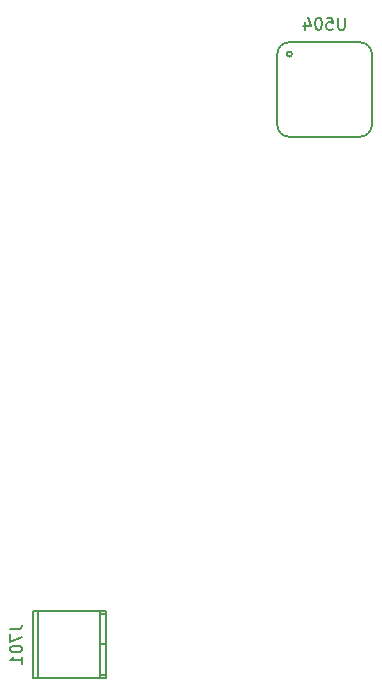
<source format=gbr>
G04 #@! TF.FileFunction,Legend,Bot*
%FSLAX46Y46*%
G04 Gerber Fmt 4.6, Leading zero omitted, Abs format (unit mm)*
G04 Created by KiCad (PCBNEW 4.0.7-e2-6376~58~ubuntu16.04.1) date Mon Apr 16 03:32:28 2018*
%MOMM*%
%LPD*%
G01*
G04 APERTURE LIST*
%ADD10C,0.100000*%
%ADD11C,0.150000*%
G04 APERTURE END LIST*
D10*
D11*
X129600960Y-152659080D02*
X129600960Y-147060920D01*
X130098800Y-147259040D02*
X129600960Y-147259040D01*
X129600960Y-152460960D02*
X130098800Y-152460960D01*
X130098800Y-149860000D02*
X129600960Y-149860000D01*
X124299980Y-147060920D02*
X124299980Y-152659080D01*
X130098800Y-147060920D02*
X130098800Y-152659080D01*
X130098800Y-152659080D02*
X123901200Y-152659080D01*
X123901200Y-152659080D02*
X123901200Y-147060920D01*
X123901200Y-147060920D02*
X130098800Y-147060920D01*
X145590000Y-98870000D02*
X151590000Y-98870000D01*
X144590000Y-105870000D02*
X144590000Y-99870000D01*
X144590000Y-99870000D02*
G75*
G02X145590000Y-98870000I1000000J0D01*
G01*
X152590000Y-105870000D02*
X152590000Y-99870000D01*
X145590000Y-106870000D02*
X151590000Y-106870000D01*
X151590000Y-98870000D02*
G75*
G02X152590000Y-99870000I0J-1000000D01*
G01*
X152590000Y-105870000D02*
G75*
G02X151590000Y-106870000I-1000000J0D01*
G01*
X145590000Y-106870000D02*
G75*
G02X144590000Y-105870000I0J1000000D01*
G01*
X145813607Y-99870000D02*
G75*
G03X145813607Y-99870000I-223607J0D01*
G01*
X121951501Y-148574286D02*
X122665787Y-148574286D01*
X122808644Y-148526666D01*
X122903882Y-148431428D01*
X122951501Y-148288571D01*
X122951501Y-148193333D01*
X121951501Y-148955238D02*
X121951501Y-149621905D01*
X122951501Y-149193333D01*
X121951501Y-150193333D02*
X121951501Y-150288572D01*
X121999120Y-150383810D01*
X122046739Y-150431429D01*
X122141977Y-150479048D01*
X122332453Y-150526667D01*
X122570549Y-150526667D01*
X122761025Y-150479048D01*
X122856263Y-150431429D01*
X122903882Y-150383810D01*
X122951501Y-150288572D01*
X122951501Y-150193333D01*
X122903882Y-150098095D01*
X122856263Y-150050476D01*
X122761025Y-150002857D01*
X122570549Y-149955238D01*
X122332453Y-149955238D01*
X122141977Y-150002857D01*
X122046739Y-150050476D01*
X121999120Y-150098095D01*
X121951501Y-150193333D01*
X122951501Y-151479048D02*
X122951501Y-150907619D01*
X122951501Y-151193333D02*
X121951501Y-151193333D01*
X122094358Y-151098095D01*
X122189596Y-151002857D01*
X122237215Y-150907619D01*
X150304286Y-96802381D02*
X150304286Y-97611905D01*
X150256667Y-97707143D01*
X150209048Y-97754762D01*
X150113810Y-97802381D01*
X149923333Y-97802381D01*
X149828095Y-97754762D01*
X149780476Y-97707143D01*
X149732857Y-97611905D01*
X149732857Y-96802381D01*
X148780476Y-96802381D02*
X149256667Y-96802381D01*
X149304286Y-97278571D01*
X149256667Y-97230952D01*
X149161429Y-97183333D01*
X148923333Y-97183333D01*
X148828095Y-97230952D01*
X148780476Y-97278571D01*
X148732857Y-97373810D01*
X148732857Y-97611905D01*
X148780476Y-97707143D01*
X148828095Y-97754762D01*
X148923333Y-97802381D01*
X149161429Y-97802381D01*
X149256667Y-97754762D01*
X149304286Y-97707143D01*
X148113810Y-96802381D02*
X148018571Y-96802381D01*
X147923333Y-96850000D01*
X147875714Y-96897619D01*
X147828095Y-96992857D01*
X147780476Y-97183333D01*
X147780476Y-97421429D01*
X147828095Y-97611905D01*
X147875714Y-97707143D01*
X147923333Y-97754762D01*
X148018571Y-97802381D01*
X148113810Y-97802381D01*
X148209048Y-97754762D01*
X148256667Y-97707143D01*
X148304286Y-97611905D01*
X148351905Y-97421429D01*
X148351905Y-97183333D01*
X148304286Y-96992857D01*
X148256667Y-96897619D01*
X148209048Y-96850000D01*
X148113810Y-96802381D01*
X146923333Y-97135714D02*
X146923333Y-97802381D01*
X147161429Y-96754762D02*
X147399524Y-97469048D01*
X146780476Y-97469048D01*
M02*

</source>
